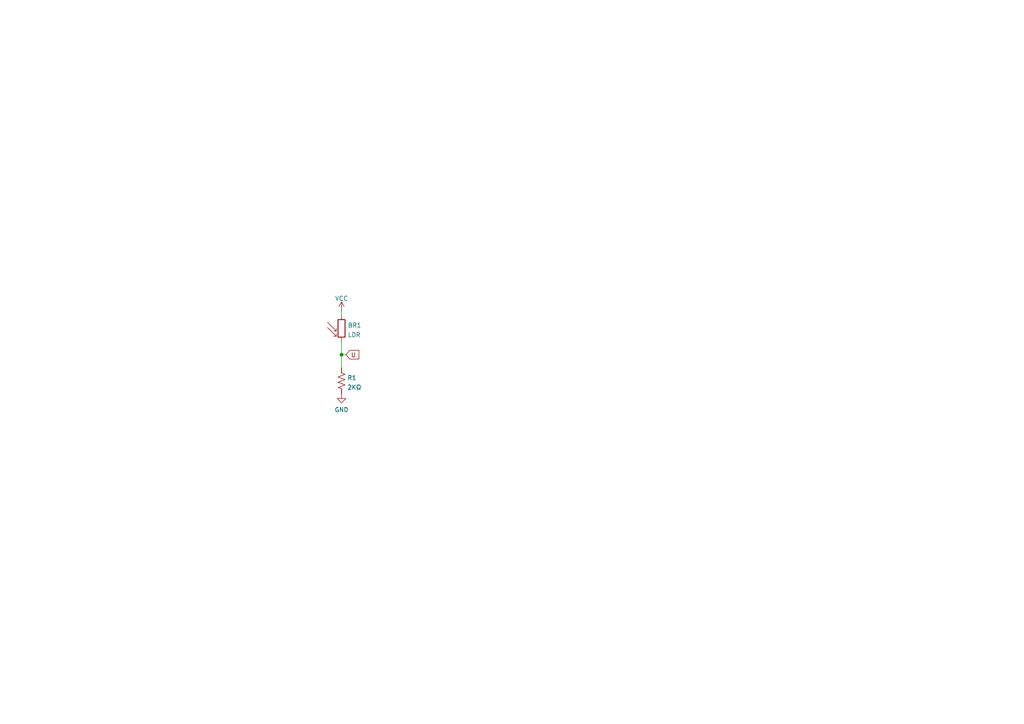
<source format=kicad_sch>
(kicad_sch (version 20211123) (generator eeschema)
  (paper "A4")
  (lib_symbols
    (symbol "Device:R_Photo" (pin_numbers hide) (pin_names (offset 0))
      (property "Reference" "R" (at 1.27 1.27 0))
      (property "Value" "R_Photo" (at 1.27 0 0))
      (symbol "R_Photo_0_1"
        (rectangle (start -1.016 2.54) (end 1.016 -2.54) (stroke (width 0.254)))
        (polyline (pts (xy -1.524 -2.286) (xy -4.064 0.254)))
        (polyline (pts (xy -1.524 -2.286) (xy -2.286 -2.286)))
        (polyline (pts (xy -1.524 -2.286) (xy -1.524 -1.524)))
        (polyline (pts (xy -1.524 -0.762) (xy -4.064 1.778)))
        (polyline (pts (xy -1.524 -0.762) (xy -2.286 -0.762)))
        (polyline (pts (xy -1.524 -0.762) (xy -1.524 0)))
      )
      (symbol "R_Photo_1_1"
        (pin passive line (at 0 3.81 270) (length 1.27) (name "~") (number "1"))
        (pin passive line (at 0 -3.81 90) (length 1.27) (name "~") (number "2"))
      )
    )
    (symbol "Device:R_US" (pin_numbers hide) (pin_names (offset 0))
      (property "Reference" "R" (at 2.54 0 90))
      (property "Value" "R_US" (at -2.54 0 90))
      (symbol "R_US_0_1"
        (polyline (pts (xy 0 -2.286) (xy 0 -2.54)))
        (polyline (pts (xy 0 2.286) (xy 0 2.54)))
        (polyline (pts (xy 0 -0.762) (xy 1.016 -1.143) (xy 0 -1.524) (xy -1.016 -1.905) (xy 0 -2.286)))
        (polyline (pts (xy 0 0.762) (xy 1.016 0.381) (xy 0 0) (xy -1.016 -0.381) (xy 0 -0.762)))
        (polyline (pts (xy 0 2.286) (xy 1.016 1.905) (xy 0 1.524) (xy -1.016 1.143) (xy 0 0.762)))
      )
      (symbol "R_US_1_1"
        (pin passive line (at 0 3.81 270) (length 1.27) (name "~") (number "1"))
        (pin passive line (at 0 -3.81 90) (length 1.27) (name "~") (number "2"))
      )
    )
    (symbol "power:GND" (power) (pin_names (offset 0))
      (property "Value" "GND" (at 0 -3.81 0))
      (symbol "GND_0_1"
        (polyline (pts (xy 0 0) (xy 0 -1.27) (xy 1.27 -1.27) (xy 0 -2.54) (xy -1.27 -1.27) (xy 0 -1.27)))
      )
      (symbol "GND_1_1"
        (pin power_in line (at 0 0 270) (length 0) hide (name "GND") (number "1"))
      )
    )
    (symbol "power:VCC" (power) (pin_names (offset 0))
      (property "Value" "VCC" (at 0 3.81 0))
      (symbol "VCC_0_1"
        (polyline (pts (xy -0.762 1.27) (xy 0 2.54)))
        (polyline (pts (xy 0 0) (xy 0 2.54)))
        (polyline (pts (xy 0 2.54) (xy 0.762 1.27)))
      )
      (symbol "VCC_1_1"
        (pin power_in line (at 0 0 90) (length 0) hide (name "VCC") (number "1"))
      )
    )
  )
  (junction (at 99.06 102.87))
  (wire (pts (xy 99.06 90.17) (xy 99.06 91.44)))
  (wire (pts (xy 99.06 99.06) (xy 99.06 102.87)))
  (wire (pts (xy 99.06 102.87) (xy 100.33 102.87)))
  (wire (pts (xy 99.06 102.87) (xy 99.06 106.68)))
  (global_label "U" (shape input) (at 100.33 102.87 0) (property "Intersheet References" "${INTERSHEET_REFS}" (effects hide)))
  (symbol (lib_id "power:GND") (at 99.06 114.3 0) (unit 1)
    (property "Reference" "#PWR02" (effects hide))
    (property "Value" "GND" (at 99.06 118.8625 0))
  )
  (symbol (lib_id "Device:R_US") (at 99.06 110.49 180) (unit 1)
    (property "Reference" "R1" (at 100.711 109.5815 0) (effects (justify right)))
    (property "Value" "2KΩ" (at 100.711 112.3566 0) (effects (justify right)))
  )
  (symbol (lib_id "Device:R_Photo") (at 99.06 95.25 0) (unit 1)
    (property "Reference" "BR1" (at 100.838 94.3415 0) (effects (justify left)))
    (property "Value" "LDR" (at 100.838 97.1166 0) (effects (justify left)))
  )
  (symbol (lib_id "power:VCC") (at 99.06 90.17 0) (unit 1)
    (property "Reference" "#PWR01" (effects hide))
    (property "Value" "VCC" (at 99.06 86.5655 0))
  )
)
</source>
